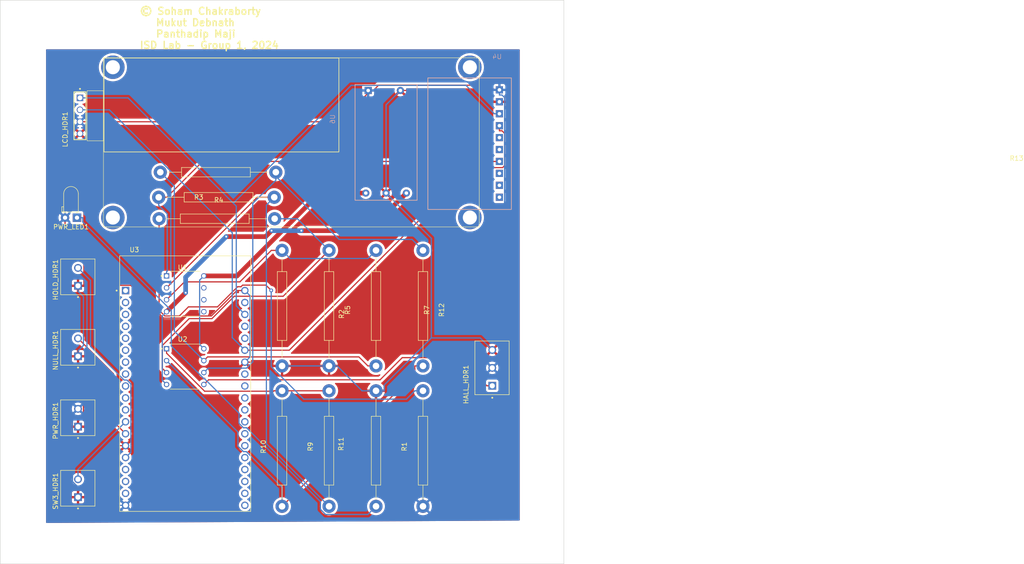
<source format=kicad_pcb>
(kicad_pcb (version 20221018) (generator pcbnew)
  (layers (0 "F.Cu" signal) (31 "B.Cu" signal) (34 "B.Paste" user) (35 "F.Paste" user) (36 "B.SilkS" user "B.Silkscreen") (37 "F.SilkS" user "F.Silkscreen") (38 "B.Mask" user) (39 "F.Mask" user) (44 "Edge.Cuts" user))
  (net 0 "")
  (net 1 "/HALL")
  (net 2 "/5V")
  (net 3 "GND")
  (net 4 "/HOLD")
  (net 5 "/SCL")
  (net 6 "/SDA")
  (net 7 "/NULL")
  (net 8 "Net-(PWR_LED1-K)")
  (net 9 "Net-(R1-Pad2)")
  (net 10 "/LM258_3")
  (net 11 "Net-(U1-1IN-)")
  (net 12 "/A0")
  (net 13 "/1V_REF")
  (net 14 "/LM358_7")
  (net 15 "Net-(R10-Pad2)")
  (net 16 "/LM358_2")
  (net 17 "Net-(R12-Pad1)")
  (net 18 "/SW3")
  (net 19 "/-12V")
  (net 23 "/+12V")
  (footprint "" (layer "F.Cu") (at 73.406 37.846)
    (fp_text reference "" (at 0 0) (layer "F.SilkS") (effects (font (size 1.27 1.27))))
    (fp_text value "" (at 0 0) (layer "F.SilkS") (effects (font (size 1.27 1.27))))
    (pad "" np_thru_hole circle (at 1.594 1.154) (size 4 4) (drill 4) (layers "F&B.Cu" "*.Mask"))
  )
  (footprint "1985823:PHOENIX_1985823" (layer "F.Cu") (at 90.16 96.698 90)
    (fp_text reference "HOLD_HDR1" (at 3.175 -8.385 90) (layer "F.SilkS"))
    (fp_text value "1985823")
    (fp_line (start 0 -7.3) (end 0 0) (stroke (width 0.127)) (layer "F.SilkS"))
    (fp_line (start 0 0) (end 7.61 0) (stroke (width 0.127)) (layer "F.SilkS"))
    (fp_line (start 7.61 -7.3) (end 0 -7.3) (stroke (width 0.127)) (layer "F.SilkS"))
    (fp_line (start 7.61 0) (end 7.61 -7.3) (stroke (width 0.127)) (layer "F.SilkS"))
    (fp_circle (center -0.5 -3.6) (end -0.4 -3.6) (stroke (width 0.2)) (fill none) (layer "F.SilkS"))
    (pad "1" thru_hole rect (at 1.9 -3.6 90) (size 1.65 1.65) (drill 1.1) (layers "*.Cu" "*.Mask") (net 3 "GND"))
    (pad "2" thru_hole circle (at 5.71 -3.6 90) (size 1.65 1.65) (drill 1.1) (layers "*.Cu" "*.Mask") (net 4 "/HOLD"))
  )
  (footprint "R_gauss_custom:R_gauss_custom" (layer "F.Cu") (at 128.588 75.946 180)
    (fp_text reference "R3" (at 16.32 0) (layer "F.SilkS"))
    (fp_text value "R")
    (fp_line (start 1.778 0) (end 4.778 0) (stroke (width 0.12)) (layer "F.SilkS"))
    (fp_line (start 4.778 -1) (end 4.778 1) (stroke (width 0.12)) (layer "F.SilkS"))
    (fp_line (start 4.778 1) (end 19.424 1) (stroke (width 0.12)) (layer "F.SilkS"))
    (fp_line (start 19.424 -1) (end 4.778 -1) (stroke (width 0.12)) (layer "F.SilkS"))
    (fp_line (start 19.424 1) (end 19.424 -1) (stroke (width 0.12)) (layer "F.SilkS"))
    (fp_line (start 23.214 0) (end 19.424 0) (stroke (width 0.12)) (layer "F.SilkS"))
    (pad "1" thru_hole circle (at 0.254 0 180) (size 2.8 2.8) (drill 1.4) (layers "*.Cu" "*.Mask") (net 11 "Net-(U1-1IN-)"))
    (pad "2" thru_hole oval (at 24.854 0 180) (size 2.8 2.8) (drill 1.4) (layers "*.Cu" "*.Mask") (net 12 "/A0"))
  )
  (footprint "R_gauss_custom:R_gauss_custom" (layer "F.Cu") (at 130 142 90)
    (fp_text reference "R10" (at 12.954 -3.97 90) (layer "F.SilkS"))
    (fp_text value "R")
    (fp_line (start 1.778 0) (end 4.778 0) (stroke (width 0.12)) (layer "F.SilkS"))
    (fp_line (start 4.778 -1) (end 4.778 1) (stroke (width 0.12)) (layer "F.SilkS"))
    (fp_line (start 4.778 1) (end 19.424 1) (stroke (width 0.12)) (layer "F.SilkS"))
    (fp_line (start 19.424 -1) (end 4.778 -1) (stroke (width 0.12)) (layer "F.SilkS"))
    (fp_line (start 19.424 1) (end 19.424 -1) (stroke (width 0.12)) (layer "F.SilkS"))
    (fp_line (start 23.214 0) (end 19.424 0) (stroke (width 0.12)) (layer "F.SilkS"))
    (pad "1" thru_hole circle (at 0.254 0 90) (size 2.8 2.8) (drill 1.4) (layers "*.Cu" "*.Mask") (net 16 "/LM358_2"))
    (pad "2" thru_hole oval (at 24.854 0 90) (size 2.8 2.8) (drill 1.4) (layers "*.Cu" "*.Mask") (net 15 "Net-(R10-Pad2)"))
  )
  (footprint "1985823:PHOENIX_1985823" (layer "F.Cu") (at 90.16 141.698 90)
    (fp_text reference "SW3_HDR1" (at 3.175 -8.385 90) (layer "F.SilkS"))
    (fp_text value "1985823")
    (fp_line (start 0 -7.3) (end 0 0) (stroke (width 0.127)) (layer "F.SilkS"))
    (fp_line (start 0 0) (end 7.61 0) (stroke (width 0.127)) (layer "F.SilkS"))
    (fp_line (start 7.61 -7.3) (end 0 -7.3) (stroke (width 0.127)) (layer "F.SilkS"))
    (fp_line (start 7.61 0) (end 7.61 -7.3) (stroke (width 0.127)) (layer "F.SilkS"))
    (fp_circle (center -0.5 -3.6) (end -0.4 -3.6) (stroke (width 0.2)) (fill none) (layer "F.SilkS"))
    (pad "1" thru_hole rect (at 1.9 -3.6 90) (size 1.65 1.65) (drill 1.1) (layers "*.Cu" "*.Mask") (net 3 "GND"))
    (pad "2" thru_hole circle (at 5.71 -3.6 90) (size 1.65 1.65) (drill 1.1) (layers "*.Cu" "*.Mask") (net 18 "/SW3"))
  )
  (footprint "" (layer "F.Cu") (at 74.676 149.606)
    (fp_text reference "" (at 0 0) (layer "F.SilkS") (effects (font (size 1.27 1.27))))
    (fp_text value "" (at 0 0) (layer "F.SilkS") (effects (font (size 1.27 1.27))))
    (pad "" np_thru_hole circle (at 0.324 -0.606) (size 4 4) (drill 4) (layers "F&B.Cu" "*.Mask"))
  )
  (footprint "R_gauss_custom:R_gauss_custom" (layer "F.Cu") (at 160 87 -90)
    (fp_text reference "R12" (at 12.954 -3.97 90) (layer "F.SilkS"))
    (fp_text value "R")
    (fp_line (start 1.778 0) (end 4.778 0) (stroke (width 0.12)) (layer "F.SilkS"))
    (fp_line (start 4.778 -1) (end 4.778 1) (stroke (width 0.12)) (layer "F.SilkS"))
    (fp_line (start 4.778 1) (end 19.424 1) (stroke (width 0.12)) (layer "F.SilkS"))
    (fp_line (start 19.424 -1) (end 4.778 -1) (stroke (width 0.12)) (layer "F.SilkS"))
    (fp_line (start 19.424 1) (end 19.424 -1) (stroke (width 0.12)) (layer "F.SilkS"))
    (fp_line (start 23.214 0) (end 19.424 0) (stroke (width 0.12)) (layer "F.SilkS"))
    (pad "1" thru_hole circle (at 0.254 0 270) (size 2.8 2.8) (drill 1.4) (layers "*.Cu" "*.Mask") (net 17 "Net-(R12-Pad1)"))
    (pad "2" thru_hole oval (at 24.854 0 270) (size 2.8 2.8) (drill 1.4) (layers "*.Cu" "*.Mask") (net 16 "/LM358_2"))
  )
  (footprint "1985823:PHOENIX_1985823" (layer "F.Cu") (at 90.16 126.698 90)
    (fp_text reference "PWR_HDR1" (at 3.175 -8.385 90) (layer "F.SilkS"))
    (fp_text value "1985823")
    (fp_line (start 0 -7.3) (end 0 0) (stroke (width 0.127)) (layer "F.SilkS"))
    (fp_line (start 0 0) (end 7.61 0) (stroke (width 0.127)) (layer "F.SilkS"))
    (fp_line (start 7.61 -7.3) (end 0 -7.3) (stroke (width 0.127)) (layer "F.SilkS"))
    (fp_line (start 7.61 0) (end 7.61 -7.3) (stroke (width 0.127)) (layer "F.SilkS"))
    (fp_circle (center -0.5 -3.6) (end -0.4 -3.6) (stroke (width 0.2)) (fill none) (layer "F.SilkS"))
    (pad "1" thru_hole rect (at 1.9 -3.6 90) (size 1.65 1.65) (drill 1.1) (layers "*.Cu" "*.Mask") (net 3 "GND"))
    (pad "2" thru_hole circle (at 5.71 -3.6 90) (size 1.65 1.65) (drill 1.1) (layers "*.Cu" "*.Mask") (net 2 "/5V"))
  )
  (footprint "LM258P:DIP794W45P254L959H508Q8" (layer "F.Cu") (at 109.38 96.5)
    (fp_text reference "U1" (at -0.565 -5.607) (layer "F.SilkS"))
    (fp_text value "LM258P")
    (fp_line (start -3.175 -4.795) (end 3.175 -4.795) (stroke (width 0.127)) (layer "F.SilkS"))
    (fp_line (start -3.175 4.795) (end 3.175 4.795) (stroke (width 0.127)) (layer "F.SilkS"))
    (fp_circle (center -5.035 -3.81) (end -4.935 -3.81) (stroke (width 0.2)) (fill none) (layer "F.SilkS"))
    (pad "1" thru_hole rect (at -3.97 -3.81) (size 1.13 1.13) (drill 0.78) (layers "*.Cu" "*.Mask") (net 12 "/A0"))
    (pad "2" thru_hole circle (at -3.97 -1.27) (size 1.13 1.13) (drill 0.78) (layers "*.Cu" "*.Mask") (net 11 "Net-(U1-1IN-)"))
    (pad "3" thru_hole circle (at -3.97 1.27) (size 1.13 1.13) (drill 0.78) (layers "*.Cu" "*.Mask") (net 10 "/LM258_3"))
    (pad "4" thru_hole circle (at -3.97 3.81) (size 1.13 1.13) (drill 0.78) (layers "*.Cu" "*.Mask") (net 19 "/-12V"))
    (pad "5" thru_hole circle (at 3.97 3.81) (size 1.13 1.13) (drill 0.78) (layers "*.Cu" "*.Mask"))
    (pad "6" thru_hole circle (at 3.97 1.27) (size 1.13 1.13) (drill 0.78) (layers "*.Cu" "*.Mask"))
    (pad "7" thru_hole circle (at 3.97 -1.27) (size 1.13 1.13) (drill 0.78) (layers "*.Cu" "*.Mask"))
    (pad "8" thru_hole circle (at 3.97 -3.81) (size 1.13 1.13) (drill 0.78) (layers "*.Cu" "*.Mask") (net 23 "/+12V"))
  )
  (footprint "" (layer "F.Cu") (at 186.436 149.86)
    (fp_text reference "" (at 0 0) (layer "F.SilkS") (effects (font (size 1.27 1.27))))
    (fp_text value "" (at 0 0) (layer "F.SilkS") (effects (font (size 1.27 1.27))))
    (pad "" np_thru_hole circle (at -1.436 -0.86) (size 4 4) (drill 4) (layers "F&B.Cu" "*.Mask"))
  )
  (footprint "R_gauss_custom:R_gauss_custom" (layer "F.Cu") (at 103.822 70.612)
    (fp_text reference "R13" (at 182.562 -2.954) (layer "F.SilkS"))
    (fp_text value "R")
    (fp_line (start 1.778 0) (end 4.778 0) (stroke (width 0.12)) (layer "F.SilkS"))
    (fp_line (start 4.778 -1) (end 4.778 1) (stroke (width 0.12)) (layer "F.SilkS"))
    (fp_line (start 4.778 1) (end 19.424 1) (stroke (width 0.12)) (layer "F.SilkS"))
    (fp_line (start 19.424 -1) (end 4.778 -1) (stroke (width 0.12)) (layer "F.SilkS"))
    (fp_line (start 19.424 1) (end 19.424 -1) (stroke (width 0.12)) (layer "F.SilkS"))
    (fp_line (start 23.214 0) (end 19.424 0) (stroke (width 0.12)) (layer "F.SilkS"))
    (pad "1" thru_hole circle (at 0.254 0) (size 2.8 2.8) (drill 1.4) (layers "*.Cu" "*.Mask") (net 14 "/LM358_7"))
    (pad "2" thru_hole oval (at 24.854 0) (size 2.8 2.8) (drill 1.4) (layers "*.Cu" "*.Mask") (net 17 "Net-(R12-Pad1)"))
  )
  (footprint "R_gauss_custom:R_gauss_custom" (layer "F.Cu") (at 140 87 -90)
    (fp_text reference "R5" (at 12.954 -3.97 90) (layer "F.SilkS"))
    (fp_text value "R")
    (fp_line (start 1.778 0) (end 4.778 0) (stroke (width 0.12)) (layer "F.SilkS"))
    (fp_line (start 4.778 -1) (end 4.778 1) (stroke (width 0.12)) (layer "F.SilkS"))
    (fp_line (start 4.778 1) (end 19.424 1) (stroke (width 0.12)) (layer "F.SilkS"))
    (fp_line (start 19.424 -1) (end 4.778 -1) (stroke (width 0.12)) (layer "F.SilkS"))
    (fp_line (start 19.424 1) (end 19.424 -1) (stroke (width 0.12)) (layer "F.SilkS"))
    (fp_line (start 23.214 0) (end 19.424 0) (stroke (width 0.12)) (layer "F.SilkS"))
    (pad "1" thru_hole circle (at 0.254 0 270) (size 2.8 2.8) (drill 1.4) (layers "*.Cu" "*.Mask") (net 13 "/1V_REF"))
    (pad "2" thru_hole oval (at 24.854 0 270) (size 2.8 2.8) (drill 1.4) (layers "*.Cu" "*.Mask") (net 3 "GND"))
  )
  (footprint "1985823:PHOENIX_1985823" (layer "F.Cu") (at 90.16 111.698 90)
    (fp_text reference "NULL_HDR1" (at 3.175 -8.385 90) (layer "F.SilkS"))
    (fp_text value "1985823")
    (fp_line (start 0 -7.3) (end 0 0) (stroke (width 0.127)) (layer "F.SilkS"))
    (fp_line (start 0 0) (end 7.61 0) (stroke (width 0.127)) (layer "F.SilkS"))
    (fp_line (start 7.61 -7.3) (end 0 -7.3) (stroke (width 0.127)) (layer "F.SilkS"))
    (fp_line (start 7.61 0) (end 7.61 -7.3) (stroke (width 0.127)) (layer "F.SilkS"))
    (fp_circle (center -0.5 -3.6) (end -0.4 -3.6) (stroke (width 0.2)) (fill none) (layer "F.SilkS"))
    (pad "1" thru_hole rect (at 1.9 -3.6 90) (size 1.65 1.65) (drill 1.1) (layers "*.Cu" "*.Mask") (net 3 "GND"))
    (pad "2" thru_hole circle (at 5.71 -3.6 90) (size 1.65 1.65) (drill 1.1) (layers "*.Cu" "*.Mask") (net 7 "/NULL"))
  )
  (footprint "R_gauss_custom:R_gauss_custom" (layer "F.Cu") (at 140 142 90)
    (fp_text reference "R9" (at 12.954 -3.97 90) (layer "F.SilkS"))
    (fp_text value "R")
    (fp_line (start 1.778 0) (end 4.778 0) (stroke (width 0.12)) (layer "F.SilkS"))
    (fp_line (start 4.778 -1) (end 4.778 1) (stroke (width 0.12)) (layer "F.SilkS"))
    (fp_line (start 4.778 1) (end 19.424 1) (stroke (width 0.12)) (layer "F.SilkS"))
    (fp_line (start 19.424 -1) (end 4.778 -1) (stroke (width 0.12)) (layer "F.SilkS"))
    (fp_line (start 19.424 1) (end 19.424 -1) (stroke (width 0.12)) (layer "F.SilkS"))
    (fp_line (start 23.214 0) (end 19.424 0) (stroke (width 0.12)) (layer "F.SilkS"))
    (pad "1" thru_hole circle (at 0.254 0 90) (size 2.8 2.8) (drill 1.4) (layers "*.Cu" "*.Mask") (net 11 "Net-(U1-1IN-)"))
    (pad "2" thru_hole oval (at 24.854 0 90) (size 2.8 2.8) (drill 1.4) (layers "*.Cu" "*.Mask") (net 15 "Net-(R10-Pad2)"))
  )
  (footprint "LM358N_NOPB:DIP794W45P254L959H508Q8" (layer "F.Cu") (at 109.38 112)
    (fp_text reference "U2" (at -0.565 -5.835) (layer "F.SilkS"))
    (fp_text value "LM358N_NOPB")
    (fp_line (start -3.175 -4.795) (end 3.175 -4.795) (stroke (width 0.127)) (layer "F.SilkS"))
    (fp_line (start -3.175 4.795) (end 3.175 4.795) (stroke (width 0.127)) (layer "F.SilkS"))
    (fp_circle (center -5.035 -3.81) (end -4.935 -3.81) (stroke (width 0.2)) (fill none) (layer "F.SilkS"))
    (pad "1" thru_hole rect (at -3.97 -3.81) (size 1.13 1.13) (drill 0.74) (layers "*.Cu" "*.Mask") (net 15 "Net-(R10-Pad2)"))
    (pad "2" thru_hole circle (at -3.97 -1.27) (size 1.13 1.13) (drill 0.74) (layers "*.Cu" "*.Mask") (net 16 "/LM358_2"))
    (pad "3" thru_hole circle (at -3.97 1.27) (size 1.13 1.13) (drill 0.74) (layers "*.Cu" "*.Mask") (net 13 "/1V_REF"))
    (pad "4" thru_hole circle (at -3.97 3.81) (size 1.13 1.13) (drill 0.74) (layers "*.Cu" "*.Mask") (net 19 "/-12V"))
    (pad "5" thru_hole circle (at 3.97 3.81) (size 1.13 1.13) (drill 0.74) (layers "*.Cu" "*.Mask") (net 1 "/HALL"))
    (pad "6" thru_hole circle (at 3.97 1.27) (size 1.13 1.13) (drill 0.74) (layers "*.Cu" "*.Mask") (net 17 "Net-(R12-Pad1)"))
    (pad "7" thru_hole circle (at 3.97 -1.27) (size 1.13 1.13) (drill 0.74) (layers "*.Cu" "*.Mask") (net 14 "/LM358_7"))
    (pad "8" thru_hole circle (at 3.97 -3.81) (size 1.13 1.13) (drill 0.74) (layers "*.Cu" "*.Mask") (net 23 "/+12V"))
  )
  (footprint "R_gauss_custom:R_gauss_custom" (layer "F.Cu") (at 160 142 90)
    (fp_text reference "R1" (at 12.954 -3.97 90) (layer "F.SilkS"))
    (fp_text value "R")
    (fp_line (start 1.778 0) (end 4.778 0) (stroke (width 0.12)) (layer "F.SilkS"))
    (fp_line (start 4.778 -1) (end 4.778 1) (stroke (width 0.12)) (layer "F.SilkS"))
    (fp_line (start 4.778 1) (end 19.424 1) (stroke (width 0.12)) (layer "F.SilkS"))
    (fp_line (start 19.424 -1) (end 4.778 -1) (stroke (width 0.12)) (layer "F.SilkS"))
    (fp_line (start 19.424 1) (end 19.424 -1) (stroke (width 0.12)) (layer "F.SilkS"))
    (fp_line (start 23.214 0) (end 19.424 0) (stroke (width 0.12)) (layer "F.SilkS"))
    (pad "1" thru_hole circle (at 0.254 0 90) (size 2.8 2.8) (drill 1.4) (layers "*.Cu" "*.Mask") (net 2 "/5V"))
    (pad "2" thru_hole oval (at 24.854 0 90) (size 2.8 2.8) (drill 1.4) (layers "*.Cu" "*.Mask") (net 9 "Net-(R1-Pad2)"))
  )
  (footprint "R_gauss_custom:R_gauss_custom" (layer "F.Cu") (at 130 87 -90)
    (fp_text reference "R2" (at 13.815 -12.684 90) (layer "F.SilkS"))
    (fp_text value "R")
    (fp_line (start 1.778 0) (end 4.778 0) (stroke (width 0.12)) (layer "F.SilkS"))
    (fp_line (start 4.778 -1) (end 4.778 1) (stroke (width 0.12)) (layer "F.SilkS"))
    (fp_line (start 4.778 1) (end 19.424 1) (stroke (width 0.12)) (layer "F.SilkS"))
    (fp_line (start 19.424 -1) (end 4.778 -1) (stroke (width 0.12)) (layer "F.SilkS"))
    (fp_line (start 19.424 1) (end 19.424 -1) (stroke (width 0.12)) (layer "F.SilkS"))
    (fp_line (start 23.214 0) (end 19.424 0) (stroke (width 0.12)) (layer "F.SilkS"))
    (pad "1" thru_hole circle (at 0.254 0 270) (size 2.8 2.8) (drill 1.4) (layers "*.Cu" "*.Mask") (net 10 "/LM258_3"))
    (pad "2" thru_hole oval (at 24.854 0 270) (size 2.8 2.8) (drill 1.4) (layers "*.Cu" "*.Mask") (net 3 "GND"))
  )
  (footprint "" (layer "F.Cu") (at 184.588 92.064)
    (fp_text reference "" (at 0 0) (layer "F.SilkS") (effects (font (size 1.27 1.27))))
    (fp_text value "" (at 0 0) (layer "F.SilkS") (effects (font (size 1.27 1.27))))
    (pad "" np_thru_hole circle (at 0.412 1.936) (size 4 4) (drill 4) (layers "F&B.Cu" "*.Mask"))
  )
  (footprint "R_gauss_custom:R_gauss_custom" (layer "F.Cu") (at 103.568 80.518)
    (fp_text reference "R4" (at 12.954 -3.97) (layer "F.SilkS"))
    (fp_text value "R")
    (fp_line (start 1.778 0) (end 4.778 0) (stroke (width 0.12)) (layer "F.SilkS"))
    (fp_line (start 4.778 -1) (end 4.778 1) (stroke (width 0.12)) (layer "F.SilkS"))
    (fp_line (start 4.778 1) (end 19.424 1) (stroke (width 0.12)) (layer "F.SilkS"))
    (fp_line (start 19.424 -1) (end 4.778 -1) (stroke (width 0.12)) (layer "F.SilkS"))
    (fp_line (start 19.424 1) (end 19.424 -1) (stroke (width 0.12)) (layer "F.SilkS"))
    (fp_line (start 23.214 0) (end 19.424 0) (stroke (width 0.12)) (layer "F.SilkS"))
    (pad "1" thru_hole circle (at 0.254 0) (size 2.8 2.8) (drill 1.4) (layers "*.Cu" "*.Mask") (net 9 "Net-(R1-Pad2)"))
    (pad "2" thru_hole oval (at 24.854 0) (size 2.8 2.8) (drill 1.4) (layers "*.Cu" "*.Mask") (net 13 "/1V_REF"))
  )
  (footprint "ESP32-DEVKITC-32D:MODULE_ESP32-DEVKITC-32D" (layer "F.Cu") (at 109.38 115.57)
    (fp_text reference "U3" (at -10.829175 -28.446045) (layer "F.SilkS") (effects (font (size 1.000386 1.000386))))
    (fp_text value "ESP32-DEVKITC-32D")
    (fp_line (start -13.95 -27.15) (end 13.95 -27.15) (stroke (width 0.127)) (layer "F.SilkS"))
    (fp_line (start -13.95 27.25) (end -13.95 -27.15) (stroke (width 0.127)) (layer "F.SilkS"))
    (fp_line (start 13.95 -27.15) (end 13.95 27.25) (stroke (width 0.127)) (layer "F.SilkS"))
    (fp_line (start 13.95 27.25) (end -13.95 27.25) (stroke (width 0.127)) (layer "F.SilkS"))
    (fp_circle (center -14.6 -19.76) (end -14.5 -19.76) (stroke (width 0.2)) (fill none) (layer "F.SilkS"))
    (pad "J2-1" thru_hole rect (at -12.7 -19.76) (size 1.56 1.56) (drill 1.04) (layers "*.Cu" "*.Mask"))
    (pad "J2-2" thru_hole circle (at -12.7 -17.22) (size 1.56 1.56) (drill 1.04) (layers "*.Cu" "*.Mask"))
    (pad "J2-3" thru_hole circle (at -12.7 -14.68) (size 1.56 1.56) (drill 1.04) (layers "*.Cu" "*.Mask"))
    (pad "J2-4" thru_hole circle (at -12.7 -12.14) (size 1.56 1.56) (drill 1.04) (layers "*.Cu" "*.Mask"))
    (pad "J2-5" thru_hole circle (at -12.7 -9.6) (size 1.56 1.56) (drill 1.04) (layers "*.Cu" "*.Mask"))
    (pad "J2-6" thru_hole circle (at -12.7 -7.06) (size 1.56 1.56) (drill 1.04) (layers "*.Cu" "*.Mask"))
    (pad "J2-7" thru_hole circle (at -12.7 -4.52) (size 1.56 1.56) (drill 1.04) (layers "*.Cu" "*.Mask"))
    (pad "J2-8" thru_hole circle (at -12.7 -1.98) (size 1.56 1.56) (drill 1.04) (layers "*.Cu" "*.Mask"))
    (pad "J2-9" thru_hole circle (at -12.7 0.56) (size 1.56 1.56) (drill 1.04) (layers "*.Cu" "*.Mask"))
    (pad "J2-10" thru_hole circle (at -12.7 3.1) (size 1.56 1.56) (drill 1.04) (layers "*.Cu" "*.Mask"))
    (pad "J2-11" thru_hole circle (at -12.7 5.64) (size 1.56 1.56) (drill 1.04) (layers "*.Cu" "*.Mask"))
    (pad "J2-12" thru_hole circle (at -12.7 8.18) (size 1.56 1.56) (drill 1.04) (layers "*.Cu" "*.Mask") (net 18 "/SW3"))
    (pad "J2-13" thru_hole circle (at -12.7 10.72) (size 1.56 1.56) (drill 1.04) (layers "*.Cu" "*.Mask") (net 7 "/NULL"))
    (pad "J2-14" thru_hole circle (at -12.7 13.26) (size 1.56 1.56) (drill 1.04) (layers "*.Cu" "*.Mask") (net 3 "GND"))
    (pad "J2-15" thru_hole circle (at -12.7 15.8) (size 1.56 1.56) (drill 1.04) (layers "*.Cu" "*.Mask") (net 4 "/HOLD"))
    (pad "J2-16" thru_hole circle (at -12.7 18.34) (size 1.56 1.56) (drill 1.04) (layers "*.Cu" "*.Mask"))
    (pad "J2-17" thru_hole circle (at -12.7 20.88) (size 1.56 1.56) (drill 1.04) (layers "*.Cu" "*.Mask"))
    (pad "J2-18" thru_hole circle (at -12.7 23.42) (size 1.56 1.56) (drill 1.04) (layers "*.Cu" "*.Mask"))
    (pad "J2-19" thru_hole circle (at -12.7 25.96) (size 1.56 1.56) (drill 1.04) (layers "*.Cu" "*.Mask") (net 2 "/5V"))
    (pad "J3-1" thru_hole circle (at 12.7 -19.76) (size 1.56 1.56) (drill 1.04) (layers "*.Cu" "*.Mask") (net 3 "GND"))
    (pad "J3-2" thru_hole circle (at 12.7 -17.22) (size 1.56 1.56) (drill 1.04) (layers "*.Cu" "*.Mask"))
    (pad "J3-3" thru_hole circle (at 12.7 -14.68) (size 1.56 1.56) (drill 1.04) (layers "*.Cu" "*.Mask") (net 5 "/SCL"))
    (pad "J3-4" thru_hole circle (at 12.7 -12.14) (size 1.56 1.56) (drill 1.04) (layers "*.Cu" "*.Mask"))
    (pad "J3-5" thru_hole circle (at 12.7 -9.6) (size 1.56 1.56) (drill 1.04) (layers "*.Cu" "*.Mask"))
    (pad "J3-6" thru_hole circle (at 12.7 -7.06) (size 1.56 1.56) (drill 1.04) (layers "*.Cu" "*.Mask") (net 6 "/SDA"))
    (pad "J3-7" thru_hole circle (at 12.7 -4.52) (size 1.56 1.56) (drill 1.04) (layers "*.Cu" "*.Mask") (net 3 "GND"))
    (pad "J3-8" thru_hole circle (at 12.7 -1.98) (size 1.56 1.56) (drill 1.04) (layers "*.Cu" "*.Mask"))
    (pad "J3-9" thru_hole circle (at 12.7 0.56) (size 1.56 1.56) (drill 1.04) (layers "*.Cu" "*.Mask"))
    (pad "J3-10" thru_hole circle (at 12.7 3.1) (size 1.56 1.56) (drill 1.04) (layers "*.Cu" "*.Mask"))
    (pad "J3-11" thru_hole circle (at 12.7 5.64) (size 1.56 1.56) (drill 1.04) (layers "*.Cu" "*.Mask"))
    (pad "J3-12" thru_hole circle (at 12.7 8.18) (size 1.56 1.56) (drill 1.04) (layers "*.Cu" "*.Mask"))
    (pad "J3-13" thru_hole circle (at 12.7 10.72) (size 1.56 1.56) (drill 1.04) (layers "*.Cu" "*.Mask"))
    (pad "J3-14" thru_hole circle (at 12.7 13.26) (size 1.56 1.56) (drill 1.04) (layers "*.Cu" "*.Mask"))
    (pad "J3-15" thru_hole circle (at 12.7 15.8) (size 1.56 1.56) (drill 1.04) (layers "*.Cu" "*.Mask"))
    (pad "J3-16" thru_hole circle (at 12.7 18.34) (size 1.56 1.56) (drill 1.04) (layers "*.Cu" "*.Mask"))
    (pad "J3-17" thru_hole circle (at 12.7 20.88) (size 1.56 1.56) (drill 1.04) (layers "*.Cu" "*.Mask"))
    (pad "J3-18" thru_hole circle (at 12.7 23.42) (size 1.56 1.56) (drill 1.04) (layers "*.Cu" "*.Mask"))
    (pad "J3-19" thru_hole circle (at 12.7 25.96) (size 1.56 1.56) (drill 1.04) (layers "*.Cu" "*.Mask"))
  )
  (footprint "MTSW-104-22-L-S-390:SAMTEC_MTSW-104-22-L-S-390" (layer "F.Cu") (at 86.98 58.598)
    (fp_text reference "LCD_HDR1" (at -3.155 2.905 90) (layer "F.SilkS"))
    (fp_text value "MTSW-104-22-L-S-390")
    (fp_line (start -1.27 -5.08) (end -1.27 5.08) (stroke (width 0.2)) (layer "F.SilkS"))
    (fp_line (start -1.27 -5.08) (end 1.27 -5.08) (stroke (width 0.2)) (layer "F.SilkS"))
    (fp_line (start 1.27 -5.08) (end 1.27 5.08) (stroke (width 0.2)) (layer "F.SilkS"))
    (fp_line (start 1.27 5.08) (end -1.27 5.08) (stroke (width 0.2)) (layer "F.SilkS"))
    (fp_rect (start 1.524 -5.334) (end 5 5.334) (stroke (width 0.1)) (fill none) (layer "F.SilkS"))
    (fp_rect (start 5 -12.334) (end 85 23.666) (stroke (width 0.1)) (fill none) (layer "F.SilkS"))
    (fp_circle (center 0 -5.73) (end 0 -5.83) (stroke (width 0.2)) (fill none) (layer "F.SilkS"))
    (pad "" np_thru_hole circle (at 7 -10.334) (size 5 5) (drill 3) (layers "F&B.Cu" "*.Mask"))
    (pad "" np_thru_hole circle (at 7 21.666) (size 5 5) (drill 3) (layers "F&B.Cu" "*.Mask"))
    (pad "" np_thru_hole circle (at 83 -10.334) (size 5 5) (drill 3) (layers "F&B.Cu" "*.Mask"))
    (pad "" np_thru_hole circle (at 83 21.666) (size 5 5) (drill 3) (layers "F&B.Cu" "*.Mask"))
    (pad "01" thru_hole rect (at 0 -3.81 90) (size 1.37 1.37) (drill 1.02) (layers "*.Cu" "*.Mask") (net 5 "/SCL"))
    (pad "02" thru_hole circle (at 0 -1.27 90) (size 1.37 1.37) (drill 1.02) (layers "*.Cu" "*.Mask") (net 6 "/SDA"))
    (pad "03" thru_hole circle (at 0 1.27 90) (size 1.37 1.37) (drill 1.02) (layers "*.Cu" "*.Mask") (net 2 "/5V"))
    (pad "04" thru_hole circle (at 0 3.81 90) (size 1.37 1.37) (drill 1.02) (layers "*.Cu" "*.Mask") (net 3 "GND"))
  )
  (footprint "LED_THT:LED_D3.0mm_Horizontal_O1.27mm_Z2.0mm" (layer "F.Cu") (at 86.34 80.295 180)
    (fp_text reference "PWR_LED1" (at 1.27 -1.96) (layer "F.SilkS"))
    (fp_text value "LED")
    (fp_line (start -0.29 1.21) (end -0.29 5.07) (stroke (width 0.12)) (layer "F.SilkS"))
    (fp_line (start -0.29 1.21) (end 2.83 1.21) (stroke (width 0.12)) (layer "F.SilkS"))
    (fp_line (start 0 1.08) (end 0 1.08) (stroke (width 0.12)) (layer "F.SilkS"))
    (fp_line (start 0 1.08) (end 0 1.21) (stroke (width 0.12)) (layer "F.SilkS"))
    (fp_line (start 0 1.21) (end 0 1.08) (stroke (width 0.12)) (layer "F.SilkS"))
    (fp_line (start 0 1.21) (end 0 1.21) (stroke (width 0.12)) (layer "F.SilkS"))
    (fp_line (start 2.54 1.08) (end 2.54 1.08) (stroke (width 0.12)) (layer "F.SilkS"))
    (fp_line (start 2.54 1.08) (end 2.54 1.21) (stroke (width 0.12)) (layer "F.SilkS"))
    (fp_line (start 2.54 1.21) (end 2.54 1.08) (stroke (width 0.12)) (layer "F.SilkS"))
    (fp_line (start 2.54 1.21) (end 2.54 1.21) (stroke (width 0.12)) (layer "F.SilkS"))
    (fp_line (start 2.83 1.21) (end 2.83 5.07) (stroke (width 0.12)) (layer "F.SilkS"))
    (fp_line (start 2.83 1.21) (end 3.23 1.21) (stroke (width 0.12)) (layer "F.SilkS"))
    (fp_line (start 2.83 2.33) (end 2.83 1.21) (stroke (width 0.12)) (layer "F.SilkS"))
    (fp_line (start 3.23 1.21) (end 3.23 2.33) (stroke (width 0.12)) (layer "F.SilkS"))
    (fp_line (start 3.23 2.33) (end 2.83 2.33) (stroke (width 0.12)) (layer "F.SilkS"))
    (fp_arc (start 2.83 5.07) (mid 1.27 6.63) (end -0.29 5.07) (stroke (width 0.12)) (layer "F.SilkS"))
    (pad "1" thru_hole rect (at 0 0 180) (size 1.8 1.8) (drill 0.9) (layers "*.Cu" "*.Mask") (net 8 "Net-(PWR_LED1-K)"))
    (pad "2" thru_hole circle (at 2.54 0 180) (size 1.8 1.8) (drill 0.9) (layers "*.Cu" "*.Mask") (net 2 "/5V"))
  )
  (footprint "1727023:PHOENIX_1727023" (layer "F.Cu") (at 178.352 117.978 90)
    (fp_text reference "HALL_HDR1" (at 2.175 -9.185 90) (layer "F.SilkS"))
    (fp_text value "1727023")
    (fp_line (start 0 0) (end 0 -7.3) (stroke (width 0.127)) (layer "F.SilkS"))
    (fp_line (start 11.42 -7.3) (end 0 -7.3) (stroke (width 0.127)) (layer "F.SilkS"))
    (fp_line (start 11.42 -7.3) (end 11.42 0) (stroke (width 0.127)) (layer "F.SilkS"))
    (fp_line (start 11.42 0) (end 0 0) (stroke (width 0.127)) (layer "F.SilkS"))
    (fp_circle (center -0.65 -3.6) (end -0.55 -3.6) (stroke (width 0.2)) (fill none) (layer "F.SilkS"))
    (pad "01" thru_hole rect (at 1.9 -3.6 90) (size 1.65 1.65) (drill 1.1) (layers "*.Cu" "*.Mask") (net 1 "/HALL"))
    (pad "02" thru_hole circle (at 5.71 -3.6 90) (size 1.65 1.65) (drill 1.1) (layers "*.Cu" "*.Mask") (net 2 "/5V"))
    (pad "03" thru_hole circle (at 9.52 -3.6 90) (size 1.65 1.65) (drill 1.1) (layers "*.Cu" "*.Mask") (net 3 "GND"))
  )
  (footprint "" (layer "F.Cu") (at 72.32 91.302)
    (fp_text reference "" (at 0 0) (layer "F.SilkS") (effects (font (size 1.27 1.27))))
    (fp_text value "" (at 0 0) (layer "F.SilkS") (effects (font (size 1.27 1.27))))
    (pad "" np_thru_hole circle (at 2.68 2.698) (size 4 4) (drill 4) (layers "F&B.Cu" "*.Mask"))
  )
  (footprint "R_gauss_custom:R_gauss_custom" (layer "F.Cu") (at 150 87 -90)
    (fp_text reference "R7" (at 12.954 -10.828 90) (layer "F.SilkS"))
    (fp_text value "R")
    (fp_line (start 1.778 0) (end 4.778 0) (stroke (width 0.12)) (layer "F.SilkS"))
    (fp_line (start 4.778 -1) (end 4.778 1) (stroke (width 0.12)) (layer "F.SilkS"))
    (fp_line (start 4.778 1) (end 19.424 1) (stroke (width 0.12)) (layer "F.SilkS"))
    (fp_line (start 19.424 -1) (end 4.778 -1) (stroke (width 0.12)) (layer "F.SilkS"))
    (fp_line (start 19.424 1) (end 19.424 -1) (stroke (width 0.12)) (layer "F.SilkS"))
    (fp_line (start 23.214 0) (end 19.424 0) (stroke (width 0.12)) (layer "F.SilkS"))
    (pad "1" thru_hole circle (at 0.254 0 270) (size 2.8 2.8) (drill 1.4) (layers "*.Cu" "*.Mask") (net 10 "/LM258_3"))
    (pad "2" thru_hole oval (at 24.854 0 270) (size 2.8 2.8) (drill 1.4) (layers "*.Cu" "*.Mask") (net 14 "/LM358_7"))
  )
  (footprint "R_gauss_custom:R_gauss_custom" (layer "F.Cu") (at 150 142 90)
    (fp_text reference "R11" (at 13.525 -7.432 90) (layer "F.SilkS"))
    (fp_text value "R")
    (fp_line (start 1.778 0) (end 4.778 0) (stroke (width 0.12)) (layer "F.SilkS"))
    (fp_line (start 4.778 -1) (end 4.778 1) (stroke (width 0.12)) (layer "F.SilkS"))
    (fp_line (start 4.778 1) (end 19.424 1) (stroke (width 0.12)) (layer "F.SilkS"))
    (fp_line (start 19.424 -1) (end 4.778 -1) (stroke (width 0.12)) (layer "F.SilkS"))
    (fp_line (start 19.424 1) (end 19.424 -1) (stroke (width 0.12)) (layer "F.SilkS"))
    (fp_line (start 23.214 0) (end 19.424 0) (stroke (width 0.12)) (layer "F.SilkS"))
    (pad "1" thru_hole circle (at 0.254 0 90) (size 2.8 2.8) (drill 1.4) (layers "*.Cu" "*.Mask") (net 8 "Net-(PWR_LED1-K)"))
    (pad "2" thru_hole oval (at 24.854 0 90) (size 2.8 2.8) (drill 1.4) (layers "*.Cu" "*.Mask") (net 3 "GND"))
  )
  (footprint "" (layer "F.Cu") (at 184.404 36.83)
    (fp_text reference "" (at 0 0) (layer "F.SilkS") (effects (font (size 1.27 1.27))))
    (fp_text value "" (at 0 0) (layer "F.SilkS") (effects (font (size 1.27 1.27))))
    (pad "" np_thru_hole circle (at 0.596 2.17) (size 4 4) (drill 4) (layers "F&B.Cu" "*.Mask"))
  )
  (footprint "ads1115_custom:ads1115" (layer "B.Cu") (at 178.816 50.5415 180)
    (fp_text reference "U4" (at 3.048 4.524 unlocked) (layer "B.SilkS") (effects (font (thickness 0.1)) (justify mirror)))
    (fp_text value "~")
    (fp_rect (start 0 0) (end 17.78 -28) (stroke (width 0.15)) (fill none) (layer "B.SilkS"))
    (pad "1" thru_hole rect (at 2.54 -2.54 180) (size 1.524 1.524) (drill 0.762) (layers "*.Cu" "*.Mask") (net 2 "/5V"))
    (pad "2" thru_hole rect (at 2.54 -5.08 180) (size 1.524 1.524) (drill 0.762) (layers "*.Cu" "*.Mask") (net 3 "GND"))
    (pad "3" thru_hole rect (at 2.54 -7.62 180) (size 1.524 1.524) (drill 0.762) (layers "*.Cu" "*.Mask") (net 5 "/SCL"))
    (pad "4" thru_hole rect (at 2.54 -10.16 180) (size 1.524 1.524) (drill 0.762) (layers "*.Cu" "*.Mask") (net 6 "/SDA"))
    (pad "5" thru_hole rect (at 2.54 -12.7 180) (size 1.524 1.524) (drill 0.762) (layers "*.Cu" "*.Mask"))
    (pad "6" thru_hole rect (at 2.54 -15.24 180) (size 1.524 1.524) (drill 0.762) (layers "*.Cu" "*.Mask"))
    (pad "7" thru_hole rect (at 2.54 -17.78 180) (size 1.524 1.524) (drill 0.762) (layers "*.Cu" "*.Mask") (net 12 "/A0"))
    (pad "8" thru_hole rect (at 2.54 -20.32 180) (size 1.524 1.524) (drill 0.762) (layers "*.Cu" "*.Mask"))
    (pad "9" thru_hole rect (at 2.54 -22.86 180) (size 1.524 1.524) (drill 0.762) (layers "*.Cu" "*.Mask"))
    (pad "10" thru_hole rect (at 2.54 -25.4 180) (size 1.524 1.524) (drill 0.762) (layers "*.Cu" "*.Mask"))
  )
  (footprint "DUAL_BOOST_5_12:DUAL_BOOST_5_12" (layer "B.Cu") (at 145.542 51.943 -90)
    (fp_text reference "U6" (at 7.366 4.778 90 unlocked) (layer "B.SilkS") (effects (font (thickness 0.1)) (justify mirror)))
    (fp_text value "~")
    (fp_rect (start 0 0) (end 24.638 -13.208) (stroke (width 0.15)) (fill none) (layer "B.SilkS"))
    (pad "1" thru_hole rect (at 1.27 -2.794 270) (size 1.524 1.524) (drill 0.762) (layers "*.Cu" "*.Mask") (net 2 "/5V"))
    (pad "2" thru_hole circle (at 1.27 -9.652 270) (size 1.524 1.524) (drill 0.762) (layers "*.Cu" "*.Mask") (net 3 "GND"))
    (pad "3" thru_hole circle (at 23.114 -2.286 180) (size 1.524 1.524) (drill 0.762) (layers "*.Cu" "*.Mask") (net 23 "/+12V"))
    (pad "4" thru_hole circle (at 23.114 -6.604 270) (size 1.524 1.524) (drill 0.762) (layers "*.Cu" "*.Mask") (net 3 "GND"))
    (pad "5" thru_hole circle (at 23.114 -10.922 270) (size 1.524 1.524) (drill 0.762) (layers "*.Cu" "*.Mask") (net 19 "/-12V"))
  )
  (gr_rect (start 92.094 46.294) (end 142.094 66.294) (stroke (width 0.15)) (fill none) (layer "F.SilkS"))
  (gr_rect (start 70 34) (end 190 154) (stroke (width 0.1)) (fill none) (layer "Edge.Cuts"))
  (gr_text "© Soham Chakraborty \n   Mukut Debnath\n   Panthadip Maji \nISD Lab - Group 1, 2024" (at 99.568 44.45) (layer "F.SilkS") (effects (font (size 1.5 1.5) (thickness 0.3) bold) (justify left bottom)))
  (segment (start 114.352 114.808) (end 113.35 115.81) (width 0.25) (layer "F.Cu") (net 1))
  (segment (start 155.5949 110.0891) (end 150.876 114.808) (width 0.25) (layer "F.Cu") (net 1))
  (segment (start 174.752 116.078) (end 173.6001 116.078) (width 0.25) (layer "F.Cu") (net 1))
  (segment (start 173.6001 116.078) (end 167.6112 110.0891) (width 0.25) (layer "F.Cu") (net 1))
  (segment (start 150.876 114.808) (end 114.352 114.808) (width 0.25) (layer "F.Cu") (net 1))
  (segment (start 167.6112 110.0891) (end 155.5949 110.0891) (width 0.25) (layer "F.Cu") (net 1))
  (segment (start 174.2036 52.098) (end 175.1871 53.0815) (width 0.25) (layer "F.Cu") (net 2))
  (segment (start 142.2255 59.868) (end 86.98 59.868) (width 0.25) (layer "F.Cu") (net 2))
  (segment (start 148.336 53.213) (end 148.8805 53.213) (width 0.25) (layer "F.Cu") (net 2))
  (segment (start 148.8805 53.213) (end 142.2255 59.868) (width 0.25) (layer "F.Cu") (net 2))
  (segment (start 176.276 53.0815) (end 175.1871 53.0815) (width 0.25) (layer "F.Cu") (net 2))
  (segment (start 86.56 120.988) (end 83.8 118.228) (width 0.25) (layer "F.Cu") (net 2))
  (segment (start 150.5399 52.098) (end 174.2036 52.098) (width 0.25) (layer "F.Cu") (net 2))
  (segment (start 148.8805 53.213) (end 149.4249 53.213) (width 0.25) (layer "F.Cu") (net 2))
  (segment (start 83.8 118.228) (end 83.8 80.295) (width 0.25) (layer "F.Cu") (net 2))
  (segment (start 149.4249 53.213) (end 150.5399 52.098) (width 0.25) (layer "F.Cu") (net 2))
  (segment (start 177.3649 109.6551) (end 174.752 112.268) (width 0.25) (layer "B.Cu") (net 2))
  (segment (start 90.4565 141.53) (end 96.68 141.53) (width 0.25) (layer "B.Cu") (net 2))
  (segment (start 85.3907 122.1573) (end 85.3907 136.4642) (width 0.25) (layer "B.Cu") (net 2))
  (segment (start 83.8 63.048) (end 83.8 80.295) (width 0.25) (layer "B.Cu") (net 2))
  (segment (start 176.276 53.0815) (end 176.276 54.1704) (width 0.25) (layer "B.Cu") (net 2))
  (segment (start 176.8205 54.1704) (end 177.3649 54.7148) (width 0.25) (layer "B.Cu") (net 2))
  (segment (start 86.56 120.988) (end 85.3907 122.1573) (width 0.25) (layer "B.Cu") (net 2))
  (segment (start 160 141.746) (end 160 127.02) (width 0.25) (layer "B.Cu") (net 2))
  (segment (start 86.98 59.868) (end 83.8 63.048) (width 0.25) (layer "B.Cu") (net 2))
  (segment (start 177.3649 54.7148) (end 177.3649 109.6551) (width 0.25) (layer "B.Cu") (net 2))
  (segment (start 176.276 54.1704) (end 176.8205 54.1704) (width 0.25) (layer "B.Cu") (net 2))
  (segment (start 160 127.02) (end 174.752 112.268) (width 0.25) (layer "B.Cu") (net 2))
  (segment (start 85.3907 136.4642) (end 90.4565 141.53) (width 0.25) (layer "B.Cu") (net 2))
  (segment (start 87.8068 94.7031) (end 97.8032 94.7031) (width 0.25) (layer "F.Cu") (net 3))
  (segment (start 87.8068 63.2348) (end 86.98 62.408) (width 0.25) (layer "F.Cu") (net 3))
  (segment (start 86.56 124.798) (end 87.7119 124.798) (width 0.25) (layer "F.Cu") (net 3))
  (segment (start 87.7119 122.4942) (end 86.56 123.6461) (width 0.25) (layer "F.Cu") (net 3))
  (segment (start 97.8032 94.7031) (end 104.7736 101.6735) (width 0.25) (layer "F.Cu") (net 3))
  (segment (start 86.56 94.798) (end 87.7119 94.798) (width 0.25) (layer "F.Cu") (net 3))
  (segment (start 155.194 53.213) (end 172.7786 53.213) (width 0.25) (layer "F.Cu") (net 3))
  (segment (start 108.9925 101.2216) (end 114.9553 101.2216) (width 0.25) (layer "F.Cu") (net 3))
  (segment (start 86.56 124.798) (end 86.56 123.6461) (width 0.25) (layer "F.Cu") (net 3))
  (segment (start 91.7439 128.83) (end 87.7119 124.798) (width 0.25) (layer "F.Cu") (net 3))
  (segment (start 86.56 139.798) (end 86.56 138.6461) (width 0.25) (layer "F.Cu") (net 3))
  (segment (start 176.276 55.6215) (end 175.1871 55.6215) (width 0.25) (layer "F.Cu") (net 3))
  (segment (start 104.7736 101.6735) (end 108.5406 101.6735) (width 0.25) (layer "F.Cu") (net 3))
  (segment (start 120.3669 95.81) (end 122.08 95.81) (width 0.25) (layer "F.Cu") (net 3))
  (segment (start 172.7786 53.213) (end 175.1871 55.6215) (width 0.25) (layer "F.Cu") (net 3))
  (segment (start 127.4691 111.05) (end 128.2731 111.854) (width 0.25) (layer "F.Cu") (net 3))
  (segment (start 96.68 128.83) (end 91.7439 128.83) (width 0.25) (layer "F.Cu") (net 3))
  (segment (start 122.08 111.05) (end 127.4691 111.05) (width 0.25) (layer "F.Cu") (net 3))
  (segment (start 108.5406 101.6735) (end 108.9925 101.2216) (width 0.25) (layer "F.Cu") (net 3))
  (segment (start 87.8068 94.7031) (end 87.8068 63.2348) (width 0.25) (layer "F.Cu") (net 3))
  (segment (start 87.7119 112.1018) (end 87.7119 122.4942) (width 0.25) (layer "F.Cu") (net 3))
  (segment (start 86.56 109.798) (end 86.56 110.9499) (width 0.25) (layer "F.Cu") (net 3))
  (segment (start 91.7439 128.83) (end 91.7439 133.4622) (width 0.25) (layer "F.Cu") (net 3))
  (segment (start 91.7439 133.4622) (end 86.56 138.6461) (width 0.25) (layer "F.Cu") (net 3))
  (segment (start 86.56 110.9499) (end 87.7119 112.1018) (width 0.25) (layer "F.Cu") (net 3))
  (segment (start 114.9553 101.2216) (end 120.3669 95.81) (width 0.25) (layer "F.Cu") (net 3))
  (segment (start 87.7119 94.798) (end 87.8068 94.7031) (width 0.25) (layer "F.Cu") (net 3))
  (segment (start 130 111.854) (end 128.2731 111.854) (width 0.25) (layer "F.Cu") (net 3))
  (segment (start 86.56 95.9499) (end 87.7119 97.1018) (width 0.25) (layer "B.Cu") (net 3))
  (segment (start 172.189 105.895) (end 161.7784 105.895) (width 0.25) (layer "B.Cu") (net 3))
  (segment (start 86.56 94.798) (end 86.56 95.9499) (width 0.25) (layer "B.Cu") (net 3))
  (segment (start 141.7269 111.854) (end 147.0189 117.146) (width 0.25) (layer "B.Cu") (net 3))
  (segment (start 152.146 75.057) (end 152.146 56.261) (width 0.25) (layer "B.Cu") (net 3))
  (segment (start 147.0189 117.146) (end 150 117.146) (width 0.25) (layer "B.Cu") (net 3))
  (segment (start 152.146 75.057) (end 161.7784 84.6894) (width 0.25) (layer "B.Cu") (net 3))
  (segment (start 87.7119 97.1018) (end 87.7119 107.4942) (width 0.25) (layer "B.Cu") (net 3))
  (segment (start 161.7784 84.6894) (end 161.7784 105.895) (width 0.25) (layer "B.Cu") (net 3))
  (segment (start 150 117.146) (end 151.7269 117.146) (width 0.25) (layer "B.Cu") (net 3))
  (segment (start 152.146 56.261) (end 155.194 53.213) (width 0.25) (layer "B.Cu") (net 3))
  (segment (start 122.08 95.81) (end 123.1869 96.9169) (width 0.25) (layer "B.Cu") (net 3))
  (segment (start 151.7269 115.9465) (end 151.7269 117.146) (width 0.25) (layer "B.Cu") (net 3))
  (segment (start 87.7119 107.4942) (end 86.56 108.6461) (width 0.25) (layer "B.Cu") (net 3))
  (segment (start 174.752 108.458) (end 172.189 105.895) (width 0.25) (layer "B.Cu") (net 3))
  (segment (start 161.7784 105.895) (end 151.7269 115.9465) (width 0.25) (layer "B.Cu") (net 3))
  (segment (start 140 111.854) (end 141.7269 111.854) (width 0.25) (layer "B.Cu") (net 3))
  (segment (start 86.56 109.798) (end 86.56 108.6461) (width 0.25) (layer "B.Cu") (net 3))
  (segment (start 123.1869 109.9431) (end 122.08 111.05) (width 0.25) (layer "B.Cu") (net 3))
  (segment (start 130 111.854) (end 140 111.854) (width 0.25) (layer "B.Cu") (net 3))
  (segment (start 123.1869 96.9169) (end 123.1869 109.9431) (width 0.25) (layer "B.Cu") (net 3))
  (segment (start 97.806 115.6902) (end 96.9758 114.86) (width 0.25) (layer "B.Cu") (net 4))
  (segment (start 96.68 131.37) (end 97.806 130.244) (width 0.25) (layer "B.Cu") (net 4))
  (segment (start 97.806 130.244) (end 97.806 115.6902) (width 0.25) (layer "B.Cu") (net 4))
  (segment (start 96.3806 114.86) (end 89.2196 107.699) (width 0.25) (layer "B.Cu") (net 4))
  (segment (start 89.2196 107.699) (end 89.2196 93.6476) (width 0.25) (layer "B.Cu") (net 4))
  (segment (start 89.2196 93.6476) (end 86.56 90.988) (width 0.25) (layer "B.Cu") (net 4))
  (segment (start 96.9758 114.86) (end 96.3806 114.86) (width 0.25) (layer "B.Cu") (net 4))
  (segment (start 120.2536 77.8391) (end 120.2536 99.0636) (width 0.25) (layer "B.Cu") (net 5))
  (segment (start 144.713 52.1241) (end 119.6258 77.2113) (width 0.25) (layer "B.Cu") (net 5))
  (segment (start 169.1497 52.1241) (end 144.713 52.1241) (width 0.25) (layer "B.Cu") (net 5))
  (segment (start 119.6258 77.2113) (end 120.2536 77.8391) (width 0.25) (layer "B.Cu") (net 5))
  (segment (start 175.1871 58.1615) (end 169.1497 52.1241) (width 0.25) (layer "B.Cu") (net 5))
  (segment (start 119.6258 77.2113) (end 97.2025 54.788) (width 0.25) (layer "B.Cu") (net 5))
  (segment (start 97.2025 54.788) (end 86.98 54.788) (width 0.25) (layer "B.Cu") (net 5))
  (segment (start 120.2536 99.0636) (end 122.08 100.89) (width 0.25) (layer "B.Cu") (net 5))
  (segment (start 176.276 58.1615) (end 175.1871 58.1615) (width 0.25) (layer "B.Cu") (net 5))
  (segment (start 170.3973 69.6355) (end 131.5228 108.51) (width 0.25) (layer "F.Cu") (net 6))
  (segment (start 131.5228 108.51) (end 122.08 108.51) (width 0.25) (layer "F.Cu") (net 6))
  (segment (start 176.276 61.7904) (end 176.8205 61.7904) (width 0.25) (layer "F.Cu") (net 6))
  (segment (start 176.276 60.7015) (end 176.276 61.7904) (width 0.25) (layer "F.Cu") (net 6))
  (segment (start 176.9483 69.6355) (end 170.3973 69.6355) (width 0.25) (layer "F.Cu") (net 6))
  (segment (start 176.8205 61.7904) (end 177.3649 62.3348) (width 0.25) (layer "F.Cu") (net 6))
  (segment (start 177.3649 69.2189) (end 176.9483 69.6355) (width 0.25) (layer "F.Cu") (net 6))
  (segment (start 177.3649 62.3348) (end 177.3649 69.2189) (width 0.25) (layer "F.Cu") (net 6))
  (segment (start 93.2342 57.328) (end 119.4007 83.4945) (width 0.25) (layer "B.Cu") (net 6))
  (segment (start 119.4008 105.8308) (end 122.08 108.51) (width 0.25) (layer "B.Cu") (net 6))
  (segment (start 86.98 57.328) (end 93.2342 57.328) (width 0.25) (layer "B.Cu") (net 6))
  (segment (start 119.4007 83.4945) (end 119.4007 105.8308) (width 0.25) (layer "B.Cu") (net 6))
  (segment (start 119.4007 105.8308) (end 119.4008 105.8308) (width 0.25) (layer "B.Cu") (net 6))
  (segment (start 94.0957 113.5237) (end 86.56 105.988) (width 0.25) (layer "F.Cu") (net 7))
  (segment (start 94.0957 123.7057) (end 94.0957 113.5237) (width 0.25) (layer "F.Cu") (net 7))
  (segment (start 96.68 126.29) (end 94.0957 123.7057) (width 0.25) (layer "F.Cu") (net 7))
  (segment (start 106.4205 100.0574) (end 106.4205 107.6212) (width 0.25) (layer "B.Cu") (net 8))
  (segment (start 106.4205 107.6212) (end 113.3393 114.54) (width 0.25) (layer "B.Cu") (net 8))
  (segment (start 138.1816 142.3892) (end 139.2718 143.4794) (width 0.25) (layer "B.Cu") (net 8))
  (segment (start 139.2718 143.4794) (end 148.2666 143.4794) (width 0.25) (layer "B.Cu") (net 8))
  (segment (start 87.5669 81.2038) (end 106.4205 100.0574) (width 0.25) (layer "B.Cu") (net 8))
  (segment (start 87.5669 80.295) (end 87.5669 81.2038) (width 0.25) (layer "B.Cu") (net 8))
  (segment (start 113.3393 114.54) (end 113.4519 114.54) (width 0.25) (layer "B.Cu") (net 8))
  (segment (start 138.1816 140.7533) (end 138.1816 142.3892) (width 0.25) (layer "B.Cu") (net 8))
  (segment (start 120.8366 124.076) (end 121.7806 125.02) (width 0.25) (layer "B.Cu") (net 8))
  (segment (start 86.34 80.295) (end 87.5669 80.295) (width 0.25) (layer "B.Cu") (net 8))
  (segment (start 122.4483 125.02) (end 138.1816 140.7533) (width 0.25) (layer "B.Cu") (net 8))
  (segment (start 148.2666 143.4794) (end 150 141.746) (width 0.25) (layer "B.Cu") (net 8))
  (segment (start 121.7806 125.02) (end 122.4483 125.02) (width 0.25) (layer "B.Cu") (net 8))
  (segment (start 120.8366 121.9247) (end 120.8366 124.076) (width 0.25) (layer "B.Cu") (net 8))
  (segment (start 113.4519 114.54) (end 120.8366 121.9247) (width 0.25) (layer "B.Cu") (net 8))
  (segment (start 110.0676 99.2825) (end 108.1285 101.2216) (width 0.25) (layer "F.Cu") (net 9))
  (segment (start 116.2553 99.2825) (end 110.0676 99.2825) (width 0.25) (layer "F.Cu") (net 9))
  (segment (start 127.6928 95.7784) (end 126.567 94.6526) (width 0.25) (layer "F.Cu") (net 9))
  (segment (start 103.822 100.0032) (end 103.822 80.518) (width 0.25) (layer "F.Cu") (net 9))
  (segment (start 126.567 94.6526) (end 121.5983 94.6526) (width 0.25) (layer "F.Cu") (net 9))
  (segment (start 121.5983 94.6526) (end 121.2633 94.9876) (width 0.25) (layer "F.Cu") (net 9))
  (segment (start 105.0404 101.2216) (end 103.822 100.0032) (width 0.25) (layer "F.Cu") (net 9))
  (segment (start 120.5502 94.9876) (end 116.2553 99.2825) (width 0.25) (layer "F.Cu") (net 9))
  (segment (start 121.2633 94.9876) (end 120.5502 94.9876) (width 0.25) (layer "F.Cu") (net 9))
  (segment (start 108.1285 101.2216) (end 105.0404 101.2216) (width 0.25) (layer "F.Cu") (net 9))
  (via (at 127.6928 95.7784) (size 0.8) (drill 0.4) (layers "F.Cu" "B.Cu") (net 9))
  (segment (start 158.2731 117.146) (end 156.4912 118.9279) (width 0.25) (layer "B.Cu") (net 9))
  (segment (start 134.6172 118.9279) (end 127.6928 112.0035) (width 0.25) (layer "B.Cu") (net 9))
  (segment (start 127.6928 112.0035) (end 127.6928 95.7784) (width 0.25) (layer "B.Cu") (net 9))
  (segment (start 156.4912 118.9279) (end 134.6172 118.9279) (width 0.25) (layer "B.Cu") (net 9))
  (segment (start 160 117.146) (end 158.2731 117.146) (width 0.25) (layer "B.Cu") (net 9))
  (segment (start 121.0128 93.9599) (end 109.2201 93.9599) (width 0.25) (layer "F.Cu") (net 10))
  (segment (start 130 87.254) (end 127.7187 87.254) (width 0.25) (layer "F.Cu") (net 10))
  (segment (start 109.2201 93.9599) (end 105.41 97.77) (width 0.25) (layer "F.Cu") (net 10))
  (segment (start 127.7187 87.254) (end 121.0128 93.9599) (width 0.25) (layer "F.Cu") (net 10))
  (segment (start 130 87.254) (end 131.7281 88.9821) (width 0.25) (layer "B.Cu") (net 10))
  (segment (start 148.2719 88.9821) (end 150 87.254) (width 0.25) (layer "B.Cu") (net 10))
  (segment (start 131.7281 88.9821) (end 148.2719 88.9821) (width 0.25) (layer "B.Cu") (net 10))
  (segment (start 105.41 95.23) (end 124.694 75.946) (width 0.25) (layer "F.Cu") (net 11))
  (segment (start 124.694 75.946) (end 128.334 75.946) (width 0.25) (layer "F.Cu") (net 11))
  (segment (start 126.666 128.412) (end 126.666 77.614) (width 0.25) (layer "B.Cu") (net 11))
  (segment (start 126.666 77.614) (end 128.334 75.946) (width 0.25) (layer "B.Cu") (net 11))
  (segment (start 140 141.746) (end 126.666 128.412) (width 0.25) (layer "B.Cu") (net 11))
  (segment (start 176.276 68.3215) (end 113.0854 68.3215) (width 0.25) (layer "F.Cu") (net 12))
  (segment (start 103.734 75.946) (end 105.4609 75.946) (width 0.25) (layer "F.Cu") (net 12))
  (segment (start 113.0854 68.3215) (end 105.4609 75.946) (width 0.25) (layer "F.Cu") (net 12))
  (segment (start 103.734 75.946) (end 103.734 77.6729) (width 0.25) (layer "B.Cu") (net 12))
  (segment (start 105.41 92.69) (end 105.41 91.7981) (width 0.25) (layer "B.Cu") (net 12))
  (segment (start 105.5563 91.6518) (end 105.5563 79.4952) (width 0.25) (layer "B.Cu") (net 12))
  (segment (start 105.41 91.7981) (end 105.5563 91.6518) (width 0.25) (layer "B.Cu") (net 12))
  (segment (start 105.5563 79.4952) (end 103.734 77.6729) (width 0.25) (layer "B.Cu") (net 12))
  (segment (start 104.5181 107.4896) (end 104.5181 112.3781) (width 0.25) (layer "F.Cu") (net 13))
  (segment (start 119.8266 97.0249) (end 115.0684 101.7831) (width 0.25) (layer "F.Cu") (net 13))
  (segment (start 115.0684 101.7831) (end 110.2246 101.7831) (width 0.25) (layer "F.Cu") (net 13))
  (segment (start 130.2291 97.0249) (end 119.8266 97.0249) (width 0.25) (layer "F.Cu") (net 13))
  (segment (start 104.5181 112.3781) (end 105.41 113.27) (width 0.25) (layer "F.Cu") (net 13))
  (segment (start 110.2246 101.7831) (end 104.5181 107.4896) (width 0.25) (layer "F.Cu") (net 13))
  (segment (start 140 87.254) (end 130.2291 97.0249) (width 0.25) (layer "F.Cu") (net 13))
  (segment (start 128.422 80.518) (end 133.264 80.518) (width 0.25) (layer "B.Cu") (net 13))
  (segment (start 133.264 80.518) (end 140 87.254) (width 0.25) (layer "B.Cu") (net 13))
  (segment (start 114.1472 109.9328) (end 146.3519 109.9328) (width 0.25) (layer "F.Cu") (net 14))
  (segment (start 150 111.854) (end 148.2731 111.854) (width 0.25) (layer "F.Cu") (net 14))
  (segment (start 113.35 110.73) (end 114.1472 109.9328) (width 0.25) (layer "F.Cu") (net 14))
  (segment (start 146.3519 109.9328) (end 148.2731 111.854) (width 0.25) (layer "F.Cu") (net 14))
  (segment (start 113.35 110.73) (end 107.0664 104.4464) (width 0.25) (layer "B.Cu") (net 14))
  (segment (start 107.0664 73.6024) (end 104.076 70.612) (width 0.25) (layer "B.Cu") (net 14))
  (segment (start 107.0664 104.4464) (end 107.0664 73.6024) (width 0.25) (layer "B.Cu") (net 14))
  (segment (start 140 117.146) (end 130 117.146) (width 0.25) (layer "F.Cu") (net 15))
  (segment (start 130 117.146) (end 128.2731 117.146) (width 0.25) (layer "F.Cu") (net 15))
  (segment (start 105.41 109.1389) (end 113.5093 117.2382) (width 0.25) (layer "F.Cu") (net 15))
  (segment (start 128.1809 117.2382) (end 128.2731 117.146) (width 0.25) (layer "F.Cu") (net 15))
  (segment (start 105.41 108.19) (end 105.41 109.1389) (width 0.25) (layer "F.Cu") (net 15))
  (segment (start 113.5093 117.2382) (end 128.1809 117.2382) (width 0.25) (layer "F.Cu") (net 15))
  (segment (start 158.2731 113.4729) (end 158.2731 111.854) (width 0.25) (layer "F.Cu") (net 16))
  (segment (start 130 141.746) (end 158.2731 113.4729) (width 0.25) (layer "F.Cu") (net 16))
  (segment (start 160 111.854) (end 158.2731 111.854) (width 0.25) (layer "F.Cu") (net 16))
  (segment (start 130 137.7068) (end 130 141.746) (width 0.25) (layer "B.Cu") (net 16))
  (segment (start 105.41 110.73) (end 120.6101 125.9301) (width 0.25) (layer "B.Cu") (net 16))
  (segment (start 120.6101 125.9301) (end 120.6101 128.9331) (width 0.25) (layer "B.Cu") (net 16))
  (segment (start 122.3932 130.1) (end 130 137.7068) (width 0.25) (layer "B.Cu") (net 16))
  (segment (start 120.6101 128.9331) (end 121.777 130.1) (width 0.25) (layer "B.Cu") (net 16))
  (segment (start 121.777 130.1) (end 122.3932 130.1) (width 0.25) (layer "B.Cu") (net 16))
  (segment (start 122.4235 112.32) (end 123.7663 110.9772) (width 0.25) (layer "B.Cu") (net 17))
  (segment (start 157.6785 84.9325) (end 160 87.254) (width 0.25) (layer "B.Cu") (net 17))
  (segment (start 128.676 71.4754) (end 142.1331 84.9325) (width 0.25) (layer "B.Cu") (net 17))
  (segment (start 114.3 112.32) (end 122.4235 112.32) (width 0.25) (layer "B.Cu") (net 17))
  (segment (start 128.676 71.4754) (end 128.676 72.3389) (width 0.25) (layer "B.Cu") (net 17))
  (segment (start 113.35 113.27) (end 114.3 112.32) (width 0.25) (layer "B.Cu") (net 17))
  (segment (start 123.7663 77.2486) (end 128.676 72.3389) (width 0.25) (layer "B.Cu") (net 17))
  (segment (start 142.1331 84.9325) (end 157.6785 84.9325) (width 0.25) (layer "B.Cu") (net 17))
  (segment (start 128.676 70.612) (end 128.676 71.4754) (width 0.25) (layer "B.Cu") (net 17))
  (segment (start 123.7663 110.9772) (end 123.7663 77.2486) (width 0.25) (layer "B.Cu") (net 17))
  (segment (start 86.56 133.87) (end 86.56 135.988) (width 0.25) (layer "B.Cu") (net 18))
  (segment (start 96.68 123.75) (end 86.56 133.87) (width 0.25) (layer "B.Cu") (net 18))
  (segment (start 126.492 84.328) (end 127.762 83.058) (width 1) (layer "F.Cu") (net 19))
  (segment (start 109.454 96.266) (end 109.474 96.266) (width 0.25) (layer "F.Cu") (net 19))
  (segment (start 118.11 84.328) (end 126.492 84.328) (width 1) (layer "F.Cu") (net 19))
  (segment (start 107.0484 98.6716) (end 105.41 100.31) (width 1) (layer "F.Cu") (net 19))
  (segment (start 148.463 83.058) (end 156.464 75.057) (width 1) (layer "F.Cu") (net 19))
  (segment (start 134.112 83.058) (end 148.463 83.058) (width 1) (layer "F.Cu") (net 19))
  (segment (start 107.0484 98.6716) (end 109.454 96.266) (width 1) (layer "F.Cu") (net 19))
  (via (at 118.11 84.328) (size 0.8) (drill 0.4) (layers "F.Cu" "B.Cu") (net 19))
  (via (at 134.112 83.058) (size 0.8) (drill 0.4) (layers "F.Cu" "B.Cu") (net 19))
  (via (at 109.474 96.266) (size 0.8) (drill 0.4) (layers "F.Cu" "B.Cu") (net 19))
  (via (at 127.762 83.058) (size 0.8) (drill 0.4) (layers "F.Cu" "B.Cu") (net 19))
  (segment (start 109.474 96.266) (end 109.474 92.964) (width 1) (layer "B.Cu") (net 19))
  (segment (start 104.5032 114.9032) (end 104.5032 101.2168) (width 0.25) (layer "B.Cu") (net 19))
  (segment (start 109.474 92.964) (end 118.11 84.328) (width 1) (layer "B.Cu") (net 19))
  (segment (start 127.762 83.058) (end 134.112 83.058) (width 1) (layer "B.Cu") (net 19))
  (segment (start 105.41 115.81) (end 104.5032 114.9032) (width 0.25) (layer "B.Cu") (net 19))
  (segment (start 104.5032 101.2168) (end 105.41 100.31) (width 0.25) (layer "B.Cu") (net 19))
  (segment (start 120.416 92.69) (end 113.35 92.69) (width 1) (layer "F.Cu") (net 23))
  (segment (start 138.049 75.057) (end 120.416 92.69) (width 1) (layer "F.Cu") (net 23))
  (segment (start 147.828 75.057) (end 138.049 75.057) (width 1) (layer "F.Cu") (net 23))
  (segment (start 112.4516 93.5884) (end 112.4516 107.2916) (width 0.25) (layer "B.Cu") (net 23))
  (segment (start 113.35 92.69) (end 112.4516 93.5884) (width 0.25) (layer "B.Cu") (net 23))
  (segment (start 112.4516 107.2916) (end 113.35 108.19) (width 0.25) (layer "B.Cu") (net 23))
  (zone (net 3) (net_name "GND") (layer "F.Cu") (connect_pads (clearance 0.54)) (min_thickness 0.25) (fill yes (thermal_gap 0.5) (thermal_bridge_width 0.5))
    (polygon (pts (xy 79.756 44.45) (xy 180.594 44.45) (xy 180.594 144.78) (xy 79.756 145.288)))
  )
  (zone (net 2) (net_name "/5V") (layer "B.Cu") (priority 1) (connect_pads (clearance 0.5)) (min_thickness 0.25) (fill yes (thermal_gap 0.5) (thermal_bridge_width 0.5))
    (polygon (pts (xy 79.756 44.45) (xy 180.594 44.45) (xy 180.594 144.78) (xy 79.756 145.288)))
  )
)
</source>
